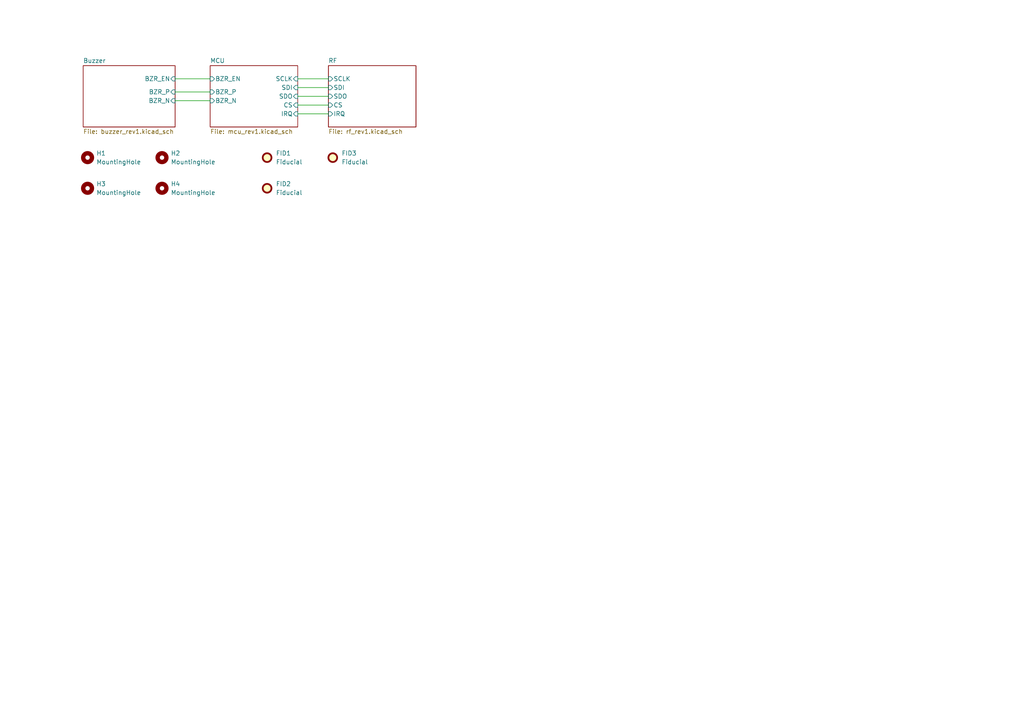
<source format=kicad_sch>
(kicad_sch (version 20250114) (generator "eeschema") (generator_version "9.0")
  (paper "A4")
  (title_block (title "Gateway") (date "2025-09-30") (rev "RAV0.0") (company "NPX4U"))
  (lib_symbols
    (symbol "Mechanical:Fiducial" (exclude_from_sim yes) (in_bom no)
      (property "Reference" "FID" (at 0 5.08 0))
      (property "Value" "Fiducial" (at 0 3.175 0))
      (symbol "Fiducial_0_1"
        (circle (center 0 0) (radius 1.27) (stroke (width 0.508)) (fill (type background)))
      )
    )
    (symbol "Mechanical:MountingHole" (pin_names (offset 1.016)) (exclude_from_sim yes) (in_bom no)
      (property "Reference" "H" (at 0 5.08 0))
      (property "Value" "MountingHole" (at 0 3.175 0))
      (symbol "MountingHole_0_1"
        (circle (center 0 0) (radius 1.27) (stroke (width 1.27)))
      )
    )
  )
  (wire (pts (xy 86.36 27.94) (xy 95.25 27.94)))
  (wire (pts (xy 50.8 29.21) (xy 60.96 29.21)))
  (wire (pts (xy 86.36 22.86) (xy 95.25 22.86)))
  (wire (pts (xy 86.36 33.02) (xy 95.25 33.02)))
  (wire (pts (xy 86.36 30.48) (xy 95.25 30.48)))
  (wire (pts (xy 50.8 22.86) (xy 60.96 22.86)))
  (wire (pts (xy 50.8 26.67) (xy 60.96 26.67)))
  (wire (pts (xy 86.36 25.4) (xy 95.25 25.4)))
  (symbol (lib_id "Mechanical:MountingHole") (at 25.4 54.61 0) (unit 1) (exclude_from_sim yes) (in_bom no)
    (property "Reference" "H3" (at 27.94 53.3399 0) (effects (justify left)))
    (property "Value" "MountingHole" (at 27.94 55.8799 0) (effects (justify left)))
    (property "Footprint" "MountingHole:MountingHole_2.5mm" (effects (hide yes)))
    (property "Description" "Mounting Hole without connection" (effects (hide yes)))
  )
  (symbol (lib_id "Mechanical:Fiducial") (at 77.47 54.61 0) (unit 1) (exclude_from_sim yes) (in_bom no)
    (property "Reference" "FID2" (at 80.01 53.3399 0) (effects (justify left)))
    (property "Value" "Fiducial" (at 80.01 55.8799 0) (effects (justify left)))
    (property "Footprint" "Fiducial:Fiducial_1mm_Mask2mm" (effects (hide yes)))
    (property "Description" "Fiducial Marker" (effects (hide yes)))
  )
  (symbol (lib_id "Mechanical:Fiducial") (at 77.47 45.72 0) (unit 1) (exclude_from_sim yes) (in_bom no)
    (property "Reference" "FID1" (at 80.01 44.4499 0) (effects (justify left)))
    (property "Value" "Fiducial" (at 80.01 46.9899 0) (effects (justify left)))
    (property "Footprint" "Fiducial:Fiducial_1mm_Mask2mm" (effects (hide yes)))
    (property "Description" "Fiducial Marker" (effects (hide yes)))
  )
  (symbol (lib_id "Mechanical:MountingHole") (at 25.4 45.72 0) (unit 1) (exclude_from_sim yes) (in_bom no)
    (property "Reference" "H1" (at 27.94 44.4499 0) (effects (justify left)))
    (property "Value" "MountingHole" (at 27.94 46.9899 0) (effects (justify left)))
    (property "Footprint" "MountingHole:MountingHole_2.5mm" (effects (hide yes)))
    (property "Description" "Mounting Hole without connection" (effects (hide yes)))
  )
  (symbol (lib_id "Mechanical:Fiducial") (at 96.52 45.72 0) (unit 1) (exclude_from_sim yes) (in_bom no)
    (property "Reference" "FID3" (at 99.06 44.4499 0) (effects (justify left)))
    (property "Value" "Fiducial" (at 99.06 46.9899 0) (effects (justify left)))
    (property "Footprint" "Fiducial:Fiducial_1mm_Mask2mm" (effects (hide yes)))
    (property "Description" "Fiducial Marker" (effects (hide yes)))
  )
  (symbol (lib_id "Mechanical:MountingHole") (at 46.99 45.72 0) (unit 1) (exclude_from_sim yes) (in_bom no)
    (property "Reference" "H2" (at 49.53 44.4499 0) (effects (justify left)))
    (property "Value" "MountingHole" (at 49.53 46.9899 0) (effects (justify left)))
    (property "Footprint" "MountingHole:MountingHole_2.5mm" (effects (hide yes)))
    (property "Description" "Mounting Hole without connection" (effects (hide yes)))
  )
  (symbol (lib_id "Mechanical:MountingHole") (at 46.99 54.61 0) (unit 1) (exclude_from_sim yes) (in_bom no)
    (property "Reference" "H4" (at 49.53 53.3399 0) (effects (justify left)))
    (property "Value" "MountingHole" (at 49.53 55.8799 0) (effects (justify left)))
    (property "Footprint" "MountingHole:MountingHole_2.5mm" (effects (hide yes)))
    (property "Description" "Mounting Hole without connection" (effects (hide yes)))
  )
  (sheet (at 95.25 19.05) (size 25.4 17.78) (stroke (width 0.1524))
    (property "Sheetname" "RF" (at 95.25 18.3384 0) (effects (justify left bottom)))
    (property "Sheetfile" "rf_rev1.kicad_sch" (at 95.25 37.4146 0) (effects (justify left top)))
    (pin "CS" input (at 95.25 30.48 180))
    (pin "SCLK" input (at 95.25 22.86 180))
    (pin "SDI" input (at 95.25 25.4 180))
    (pin "SDO" input (at 95.25 27.94 180))
    (pin "IRQ" input (at 95.25 33.02 180))
  )
  (sheet (at 60.96 19.05) (size 25.4 17.78) (stroke (width 0.1524))
    (property "Sheetname" "MCU" (at 60.96 18.3384 0) (effects (justify left bottom)))
    (property "Sheetfile" "mcu_rev1.kicad_sch" (at 60.96 37.4146 0) (effects (justify left top)))
    (pin "BZR_EN" input (at 60.96 22.86 180))
    (pin "BZR_N" input (at 60.96 29.21 180))
    (pin "BZR_P" input (at 60.96 26.67 180))
    (pin "CS" input (at 86.36 30.48 0))
    (pin "SCLK" input (at 86.36 22.86 0))
    (pin "SDI" input (at 86.36 25.4 0))
    (pin "SDO" input (at 86.36 27.94 0))
    (pin "IRQ" input (at 86.36 33.02 0))
  )
  (sheet (at 24.13 19.05) (size 26.67 17.78) (stroke (width 0.1524))
    (property "Sheetname" "Buzzer" (at 24.13 18.3384 0) (effects (justify left bottom)))
    (property "Sheetfile" "buzzer_rev1.kicad_sch" (at 24.13 37.4146 0) (effects (justify left top)))
    (pin "BZR_EN" input (at 50.8 22.86 0))
    (pin "BZR_N" input (at 50.8 29.21 0))
    (pin "BZR_P" input (at 50.8 26.67 0))
  )
)
</source>
